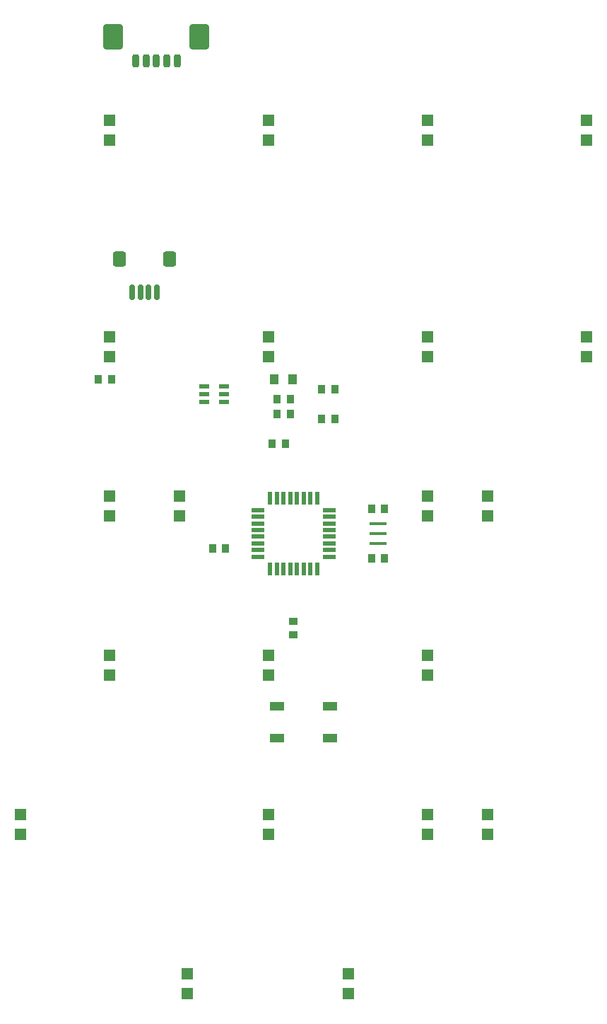
<source format=gbr>
G04 #@! TF.GenerationSoftware,KiCad,Pcbnew,(6.0.1)*
G04 #@! TF.CreationDate,2022-02-07T14:39:17-05:00*
G04 #@! TF.ProjectId,nt210,6e743231-302e-46b6-9963-61645f706362,rev?*
G04 #@! TF.SameCoordinates,Original*
G04 #@! TF.FileFunction,Paste,Bot*
G04 #@! TF.FilePolarity,Positive*
%FSLAX46Y46*%
G04 Gerber Fmt 4.6, Leading zero omitted, Abs format (unit mm)*
G04 Created by KiCad (PCBNEW (6.0.1)) date 2022-02-07 14:39:17*
%MOMM*%
%LPD*%
G01*
G04 APERTURE LIST*
G04 Aperture macros list*
%AMRoundRect*
0 Rectangle with rounded corners*
0 $1 Rounding radius*
0 $2 $3 $4 $5 $6 $7 $8 $9 X,Y pos of 4 corners*
0 Add a 4 corners polygon primitive as box body*
4,1,4,$2,$3,$4,$5,$6,$7,$8,$9,$2,$3,0*
0 Add four circle primitives for the rounded corners*
1,1,$1+$1,$2,$3*
1,1,$1+$1,$4,$5*
1,1,$1+$1,$6,$7*
1,1,$1+$1,$8,$9*
0 Add four rect primitives between the rounded corners*
20,1,$1+$1,$2,$3,$4,$5,0*
20,1,$1+$1,$4,$5,$6,$7,0*
20,1,$1+$1,$6,$7,$8,$9,0*
20,1,$1+$1,$8,$9,$2,$3,0*%
G04 Aperture macros list end*
%ADD10R,0.900000X1.000000*%
%ADD11R,1.400000X1.400000*%
%ADD12R,1.600000X0.550000*%
%ADD13R,0.550000X1.600000*%
%ADD14R,1.700000X1.000000*%
%ADD15RoundRect,0.150000X-0.150000X-0.775000X0.150000X-0.775000X0.150000X0.775000X-0.150000X0.775000X0*%
%ADD16RoundRect,0.332800X-0.467200X-0.567200X0.467200X-0.567200X0.467200X0.567200X-0.467200X0.567200X0*%
%ADD17R,1.000000X1.300000*%
%ADD18R,1.200000X0.600000*%
%ADD19R,1.000000X0.900000*%
%ADD20R,2.000000X0.400000*%
%ADD21RoundRect,0.200000X-0.200000X-0.575000X0.200000X-0.575000X0.200000X0.575000X-0.200000X0.575000X0*%
%ADD22RoundRect,0.279763X-0.895237X-1.220237X0.895237X-1.220237X0.895237X1.220237X-0.895237X1.220237X0*%
G04 APERTURE END LIST*
D10*
X40289089Y-44053154D03*
X41864089Y-44053154D03*
D11*
X33932841Y-97346934D03*
X33932841Y-94946934D03*
X52982857Y-59246902D03*
X52982857Y-56846902D03*
D12*
X41159398Y-58517231D03*
X41159398Y-59317231D03*
X41159398Y-60117231D03*
X41159398Y-60917231D03*
X41159398Y-61717231D03*
X41159398Y-62517231D03*
X41159398Y-63317231D03*
X41159398Y-64117231D03*
D13*
X39709398Y-65567231D03*
X38909398Y-65567231D03*
X38109398Y-65567231D03*
X37309398Y-65567231D03*
X36509398Y-65567231D03*
X35709398Y-65567231D03*
X34909398Y-65567231D03*
X34109398Y-65567231D03*
D12*
X32659398Y-64117231D03*
X32659398Y-63317231D03*
X32659398Y-62517231D03*
X32659398Y-61717231D03*
X32659398Y-60917231D03*
X32659398Y-60117231D03*
X32659398Y-59317231D03*
X32659398Y-58517231D03*
D13*
X34109398Y-57067231D03*
X34909398Y-57067231D03*
X35709398Y-57067231D03*
X36509398Y-57067231D03*
X37309398Y-57067231D03*
X38109398Y-57067231D03*
X38909398Y-57067231D03*
X39709398Y-57067231D03*
D14*
X34950024Y-85839125D03*
X41250024Y-85839125D03*
X41250024Y-82039125D03*
X34950024Y-82039125D03*
D11*
X14882825Y-78296918D03*
X14882825Y-75896918D03*
D10*
X40289089Y-47625032D03*
X41864089Y-47625032D03*
D15*
X17550008Y-32510955D03*
X18550008Y-32510955D03*
X19550008Y-32510955D03*
X20550008Y-32510955D03*
D16*
X22050008Y-28485955D03*
X16050008Y-28485955D03*
D17*
X36818772Y-42862528D03*
X34618772Y-42862528D03*
D10*
X35910959Y-50601597D03*
X34335959Y-50601597D03*
D11*
X33932841Y-40196886D03*
X33932841Y-37796886D03*
X33932833Y-14296878D03*
X33932833Y-11896878D03*
X24130008Y-116396950D03*
X24130008Y-113996950D03*
D10*
X27192203Y-63103170D03*
X28767203Y-63103170D03*
D18*
X26234390Y-45598467D03*
X26234390Y-44648467D03*
X26234390Y-43698467D03*
X28534390Y-43698467D03*
X28534390Y-44648467D03*
X28534390Y-45598467D03*
D11*
X43457849Y-116396950D03*
X43457849Y-113996950D03*
X52982857Y-40196886D03*
X52982857Y-37796886D03*
X14882825Y-40196886D03*
X14882825Y-37796886D03*
X72032865Y-14296878D03*
X72032865Y-11896878D03*
X52982857Y-78296918D03*
X52982857Y-75896918D03*
X60126613Y-59246902D03*
X60126613Y-56846902D03*
X4167191Y-97346934D03*
X4167191Y-94946934D03*
X60126613Y-97346934D03*
X60126613Y-94946934D03*
X23217207Y-59246902D03*
X23217207Y-56846902D03*
D19*
X36909398Y-73415678D03*
X36909398Y-71840678D03*
D11*
X14882825Y-59246902D03*
X14882825Y-56846902D03*
X52982857Y-97346934D03*
X52982857Y-94946934D03*
X33932841Y-78296918D03*
X33932841Y-75896918D03*
D10*
X36506272Y-45243780D03*
X34931272Y-45243780D03*
D11*
X72032873Y-40196886D03*
X72032873Y-37796886D03*
D10*
X15075004Y-42862528D03*
X13500004Y-42862528D03*
D11*
X14882817Y-14296878D03*
X14882817Y-11896878D03*
D10*
X36506272Y-47029719D03*
X34931272Y-47029719D03*
X46242219Y-58340666D03*
X47817219Y-58340666D03*
D20*
X47029719Y-60117231D03*
X47029719Y-62517231D03*
X47029719Y-61317231D03*
D21*
X17975008Y-4750008D03*
X19225008Y-4750008D03*
X20475008Y-4750008D03*
X21725008Y-4750008D03*
X22975008Y-4750008D03*
D22*
X25650008Y-1875008D03*
X15300008Y-1875008D03*
D10*
X46242219Y-64293796D03*
X47817219Y-64293796D03*
D11*
X52982849Y-14296878D03*
X52982849Y-11896878D03*
M02*

</source>
